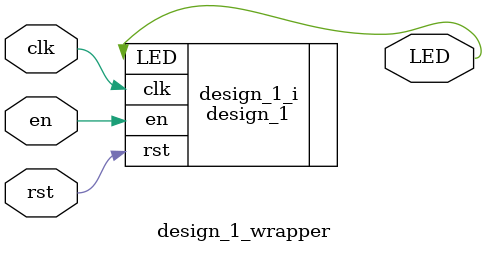
<source format=v>
`timescale 1 ps / 1 ps

module design_1_wrapper
   (LED,
    clk,
    en,
    rst);
  output LED;
  input clk;
  input en;
  input rst;

  wire LED;
  wire clk;
  wire en;
  wire rst;

  design_1 design_1_i
       (.LED(LED),
        .clk(clk),
        .en(en),
        .rst(rst));
endmodule

</source>
